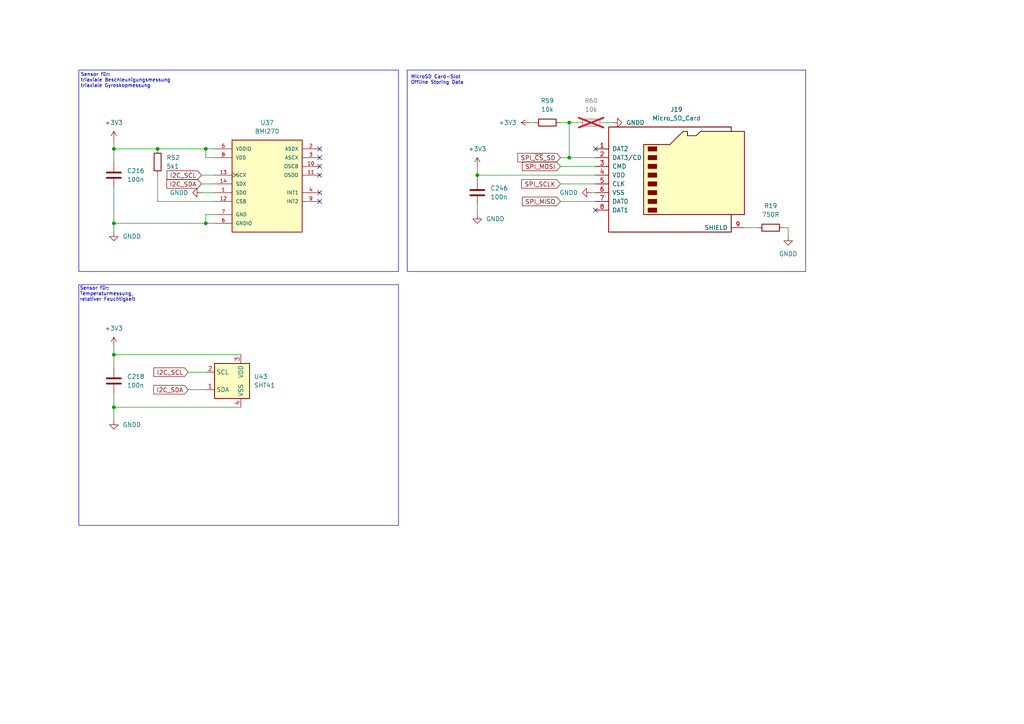
<source format=kicad_sch>
(kicad_sch (version 20250114) (generator "eeschema") (generator_version "9.0")
  (paper "A4")
  (lib_symbols
    (symbol "Sensor_Humidity:SHT4x"
      (property "Reference" "U" (at 0 8.89 0))
      (property "Value" "SHT4x" (at 0 6.35 0))
      (symbol "SHT4x_1_1"
        (rectangle (start -5.08 5.08) (end 5.08 -5.08) (stroke (width 0.254)) (fill (type background)))
        (pin input line (at -7.62 2.54 0) (length 2.54) (name "SCL") (number "2"))
        (pin bidirectional line (at -7.62 -2.54 0) (length 2.54) (name "SDA") (number "1"))
        (pin power_in line (at 2.54 7.62 270) (length 2.54) (name "VDD") (number "3"))
        (pin power_in line (at 2.54 -7.62 90) (length 2.54) (name "VSS") (number "4"))
      )
    )
    (symbol "connectors:Micro_SD_Card" (pin_names (offset 1.016))
      (property "Reference" "J" (at -16.51 15.24 0))
      (property "Value" "Micro_SD_Card" (at 16.51 15.24 0))
      (symbol "Micro_SD_Card_0_1"
        (polyline (pts (xy -8.89 -11.43) (xy -8.89 8.89) (xy -1.27 8.89) (xy 2.54 12.7) (xy 3.81 12.7) (xy 3.81 11.43) (xy 6.35 11.43) (xy 7.62 12.7) (xy 20.32 12.7) (xy 20.32 -11.43) (xy -8.89 -11.43)) (stroke (width 0.254)) (fill (type background)))
        (rectangle (start -7.62 8.255) (end -5.08 6.985) (fill (type outline)))
        (rectangle (start -7.62 5.715) (end -5.08 4.445) (fill (type outline)))
        (rectangle (start -7.62 3.175) (end -5.08 1.905) (fill (type outline)))
        (rectangle (start -7.62 0.635) (end -5.08 -0.635) (fill (type outline)))
        (rectangle (start -7.62 -1.905) (end -5.08 -3.175) (fill (type outline)))
        (rectangle (start -7.62 -4.445) (end -5.08 -5.715) (fill (type outline)))
        (rectangle (start -7.62 -6.985) (end -5.08 -8.255) (fill (type outline)))
        (rectangle (start -7.62 -9.525) (end -5.08 -10.795) (fill (type outline)))
        (polyline (pts (xy 16.51 12.7) (xy 16.51 13.97) (xy -19.05 13.97) (xy -19.05 -16.51) (xy 16.51 -16.51) (xy 16.51 -11.43)) (stroke (width 0.254)))
      )
      (symbol "Micro_SD_Card_1_1"
        (pin bidirectional line (at -22.86 7.62 0) (length 3.81) (name "DAT2") (number "1"))
        (pin bidirectional line (at -22.86 5.08 0) (length 3.81) (name "DAT3/CD") (number "2"))
        (pin input line (at -22.86 2.54 0) (length 3.81) (name "CMD") (number "3"))
        (pin power_in line (at -22.86 0 0) (length 3.81) (name "VDD") (number "4"))
        (pin input line (at -22.86 -2.54 0) (length 3.81) (name "CLK") (number "5"))
        (pin power_in line (at -22.86 -5.08 0) (length 3.81) (name "VSS") (number "6"))
        (pin bidirectional line (at -22.86 -7.62 0) (length 3.81) (name "DAT0") (number "7"))
        (pin bidirectional line (at -22.86 -10.16 0) (length 3.81) (name "DAT1") (number "8"))
        (pin passive line (at 20.32 -15.24 180) (length 3.81) (name "SHIELD") (number "9"))
      )
    )
    (symbol "passive:C0603" (pin_numbers (hide yes)) (pin_names (offset 0.254))
      (property "Reference" "C" (at 0.635 2.54 0))
      (property "Value" "C0603" (at 0.635 -2.54 0))
      (symbol "C0603_0_1"
        (polyline (pts (xy -2.032 0.762) (xy 2.032 0.762)) (stroke (width 0.508)))
        (polyline (pts (xy -2.032 -0.762) (xy 2.032 -0.762)) (stroke (width 0.508)))
      )
      (symbol "C0603_1_1"
        (pin passive line (at 0 3.81 270) (length 2.794) (name "~") (number "1"))
        (pin passive line (at 0 -3.81 90) (length 2.794) (name "~") (number "2"))
      )
    )
    (symbol "passive:R0402" (pin_numbers (hide yes)) (pin_names (offset 0))
      (property "Reference" "R" (at 2.032 0 90))
      (property "Value" "R" (at 0 0 90))
      (symbol "R0402_0_1"
        (rectangle (start -1.016 -2.54) (end 1.016 2.54) (stroke (width 0.254)))
      )
      (symbol "R0402_1_1"
        (pin passive line (at 0 3.81 270) (length 1.27) (name "~") (number "1"))
        (pin passive line (at 0 -3.81 90) (length 1.27) (name "~") (number "2"))
      )
    )
    (symbol "passive:R0603" (pin_numbers (hide yes)) (pin_names (offset 0))
      (property "Reference" "R" (at 2.032 0 90))
      (property "Value" "R" (at 0 0 90))
      (symbol "R0603_0_1"
        (rectangle (start -1.016 -2.54) (end 1.016 2.54) (stroke (width 0.254)))
      )
      (symbol "R0603_1_1"
        (pin passive line (at 0 3.81 270) (length 1.27) (name "~") (number "1"))
        (pin passive line (at 0 -3.81 90) (length 1.27) (name "~") (number "2"))
      )
    )
    (symbol "power:+3V3" (power) (pin_numbers (hide yes)) (pin_names (offset 0) (hide yes))
      (property "Value" "+3V3" (at 0 3.556 0))
      (symbol "+3V3_0_1"
        (polyline (pts (xy -0.762 1.27) (xy 0 2.54)))
        (polyline (pts (xy 0 2.54) (xy 0.762 1.27)))
        (polyline (pts (xy 0 0) (xy 0 2.54)))
      )
      (symbol "+3V3_1_1"
        (pin power_in line (at 0 0 90) (length 0) (name "~") (number "1"))
      )
    )
    (symbol "power:GND" (power) (pin_numbers (hide yes)) (pin_names (offset 0) (hide yes))
      (property "Value" "GND" (at 0 -3.81 0))
      (symbol "GND_0_1"
        (polyline (pts (xy 0 0) (xy 0 -1.27) (xy 1.27 -1.27) (xy 0 -2.54) (xy -1.27 -1.27) (xy 0 -1.27)))
      )
      (symbol "GND_1_1"
        (pin power_in line (at 0 0 270) (length 0) (name "~") (number "1"))
      )
    )
    (symbol "sensors:BMI270" (pin_names (offset 1.016)) (exclude_from_sim yes)
      (property "Reference" "U" (at -0.762 3.048 0))
      (property "Value" "BMI270" (at -3.556 0.762 0))
      (symbol "BMI270_0_0"
        (rectangle (start -10.16 0) (end 10.16 -26.67) (stroke (width 0.254)) (fill (type background)))
        (pin power_in line (at -15.24 -2.54 0) (length 5.08) (name "VDDIO") (number "5"))
        (pin power_in line (at -15.24 -5.08 0) (length 5.08) (name "VDD") (number "8"))
        (pin input clock (at -15.24 -10.16 0) (length 5.08) (name "SCX") (number "13"))
        (pin bidirectional line (at -15.24 -12.7 0) (length 5.08) (name "SDX") (number "14"))
        (pin bidirectional line (at -15.24 -15.24 0) (length 5.08) (name "SDO") (number "1"))
        (pin input line (at -15.24 -17.78 0) (length 5.08) (name "CSB") (number "12"))
        (pin power_in line (at -15.24 -21.59 0) (length 5.08) (name "GND") (number "7"))
        (pin power_in line (at -15.24 -24.13 0) (length 5.08) (name "GNDIO") (number "6"))
        (pin bidirectional line (at 15.24 -2.54 180) (length 5.08) (name "ASDX") (number "2"))
        (pin bidirectional line (at 15.24 -5.08 180) (length 5.08) (name "ASCX") (number "3"))
        (pin input line (at 15.24 -7.62 180) (length 5.08) (name "OSCB") (number "10"))
        (pin output line (at 15.24 -10.16 180) (length 5.08) (name "OSDO") (number "11"))
        (pin bidirectional line (at 15.24 -15.24 180) (length 5.08) (name "INT1") (number "4"))
        (pin bidirectional line (at 15.24 -17.78 180) (length 5.08) (name "INT2") (number "9"))
      )
    )
  )
  (rectangle (start 22.86 20.32) (end 115.57 78.74))
  (rectangle (start 22.86 82.55) (end 115.57 152.4))
  (rectangle (start 118.11 20.32) (end 233.68 78.74))
  (text "MicroSD Card-Slot\nOffline Storing Data" (at 119.126 21.844 0) (effects (font (size 1 1)) (justify left top)))
  (text "Sensor für:\nTemperaturmessung,\nrelativer Feuchtigkeit" (at 23.114 85.344 0) (effects (font (size 1 1)) (justify left)))
  (text "Sensor für:\ntriaxiale Beschleunigungsmessung\ntriaxiale Gyroskopmessung" (at 23.368 23.368 0) (effects (font (size 1 1)) (justify left)))
  (junction (at 33.02 43.18))
  (junction (at 138.43 50.8))
  (junction (at 165.1 35.56))
  (junction (at 33.02 118.11))
  (junction (at 33.02 64.77))
  (junction (at 59.69 64.77))
  (junction (at 33.02 102.87))
  (junction (at 59.69 43.18))
  (junction (at 165.1 45.72))
  (junction (at 45.72 43.18))
  (no_connect (at 92.71 50.8))
  (no_connect (at 92.71 43.18))
  (no_connect (at 92.71 58.42))
  (no_connect (at 172.72 60.96))
  (no_connect (at 92.71 48.26))
  (no_connect (at 172.72 43.18))
  (no_connect (at 92.71 45.72))
  (no_connect (at 92.71 55.88))
  (wire (pts (xy 54.61 113.03) (xy 59.69 113.03)))
  (wire (pts (xy 227.33 66.04) (xy 228.6 66.04)))
  (wire (pts (xy 33.02 43.18) (xy 33.02 46.99)))
  (wire (pts (xy 171.45 55.88) (xy 172.72 55.88)))
  (wire (pts (xy 172.72 50.8) (xy 138.43 50.8)))
  (wire (pts (xy 33.02 118.11) (xy 33.02 114.3)))
  (wire (pts (xy 175.26 35.56) (xy 177.8 35.56)))
  (wire (pts (xy 162.56 35.56) (xy 165.1 35.56)))
  (wire (pts (xy 162.56 45.72) (xy 165.1 45.72)))
  (wire (pts (xy 162.56 58.42) (xy 172.72 58.42)))
  (wire (pts (xy 62.23 58.42) (xy 45.72 58.42)))
  (wire (pts (xy 228.6 66.04) (xy 228.6 68.58)))
  (wire (pts (xy 59.69 43.18) (xy 62.23 43.18)))
  (wire (pts (xy 33.02 64.77) (xy 59.69 64.77)))
  (wire (pts (xy 59.69 43.18) (xy 59.69 45.72)))
  (wire (pts (xy 162.56 53.34) (xy 172.72 53.34)))
  (wire (pts (xy 33.02 54.61) (xy 33.02 64.77)))
  (wire (pts (xy 58.42 53.34) (xy 62.23 53.34)))
  (wire (pts (xy 33.02 100.33) (xy 33.02 102.87)))
  (wire (pts (xy 33.02 40.64) (xy 33.02 43.18)))
  (wire (pts (xy 165.1 35.56) (xy 167.64 35.56)))
  (wire (pts (xy 62.23 45.72) (xy 59.69 45.72)))
  (wire (pts (xy 165.1 45.72) (xy 172.72 45.72)))
  (wire (pts (xy 153.67 35.56) (xy 154.94 35.56)))
  (wire (pts (xy 33.02 102.87) (xy 33.02 106.68)))
  (wire (pts (xy 62.23 62.23) (xy 59.69 62.23)))
  (wire (pts (xy 33.02 118.11) (xy 33.02 121.92)))
  (wire (pts (xy 58.42 50.8) (xy 62.23 50.8)))
  (wire (pts (xy 33.02 118.11) (xy 69.85 118.11)))
  (wire (pts (xy 165.1 35.56) (xy 165.1 45.72)))
  (wire (pts (xy 138.43 50.8) (xy 138.43 48.26)))
  (wire (pts (xy 138.43 59.69) (xy 138.43 62.23)))
  (wire (pts (xy 59.69 62.23) (xy 59.69 64.77)))
  (wire (pts (xy 33.02 102.87) (xy 69.85 102.87)))
  (wire (pts (xy 215.9 66.04) (xy 219.71 66.04)))
  (wire (pts (xy 59.69 64.77) (xy 62.23 64.77)))
  (wire (pts (xy 162.56 48.26) (xy 172.72 48.26)))
  (wire (pts (xy 33.02 43.18) (xy 45.72 43.18)))
  (wire (pts (xy 138.43 50.8) (xy 138.43 52.07)))
  (wire (pts (xy 58.42 55.88) (xy 62.23 55.88)))
  (wire (pts (xy 45.72 43.18) (xy 59.69 43.18)))
  (wire (pts (xy 54.61 107.95) (xy 59.69 107.95)))
  (wire (pts (xy 45.72 50.8) (xy 45.72 58.42)))
  (wire (pts (xy 33.02 64.77) (xy 33.02 67.31)))
  (global_label "I2C_SCL" (shape input) (at 58.42 50.8 180) (property "Intersheetrefs" "${INTERSHEET_REFS}" (effects (hide yes))))
  (global_label "SPI_MISO" (shape input) (at 162.56 58.42 180) (property "Intersheetrefs" "${INTERSHEET_REFS}" (effects (hide yes))))
  (global_label "SPI_MOSI" (shape input) (at 162.56 48.26 180) (property "Intersheetrefs" "${INTERSHEET_REFS}" (effects (hide yes))))
  (global_label "I2C_SDA" (shape input) (at 58.42 53.34 180) (property "Intersheetrefs" "${INTERSHEET_REFS}" (effects (hide yes))))
  (global_label "SPI_~{CS}_SD" (shape input) (at 162.56 45.72 180) (property "Intersheetrefs" "${INTERSHEET_REFS}" (effects (hide yes))))
  (global_label "I2C_SCL" (shape input) (at 54.61 107.95 180) (property "Intersheetrefs" "${INTERSHEET_REFS}" (effects (hide yes))))
  (global_label "SPI_SCLK" (shape input) (at 162.56 53.34 180) (property "Intersheetrefs" "${INTERSHEET_REFS}" (effects (hide yes))))
  (global_label "I2C_SDA" (shape input) (at 54.61 113.03 180) (property "Intersheetrefs" "${INTERSHEET_REFS}" (effects (hide yes))))
  (symbol (lib_id "power:+3V3") (at 33.02 100.33 0) (unit 1)
    (property "Reference" "#PWR0219" (effects (hide yes)))
    (property "Value" "+3V3" (at 33.02 95.25 0))
    (property "Description" "Power symbol creates a global label with name \"+3V3\"" (effects (hide yes)))
  )
  (symbol (lib_id "power:GND") (at 33.02 67.31 0) (unit 1)
    (property "Reference" "#PWR0218" (effects (hide yes)))
    (property "Value" "GNDD" (at 35.56 68.5799 0) (effects (justify left)))
    (property "Description" "Power symbol creates a global label with name \"GND\" , ground" (effects (hide yes)))
  )
  (symbol (lib_id "power:GND") (at 33.02 121.92 0) (unit 1)
    (property "Reference" "#PWR0214" (effects (hide yes)))
    (property "Value" "GNDD" (at 35.56 123.1899 0) (effects (justify left)))
    (property "Description" "Power symbol creates a global label with name \"GND\" , ground" (effects (hide yes)))
  )
  (symbol (lib_id "sensors:BMI270") (at 77.47 40.64 0) (unit 1) (exclude_from_sim yes)
    (property "Reference" "U37" (at 77.47 35.56 0))
    (property "Value" "BMI270" (at 77.47 38.1 0))
    (property "Footprint" "sensors:XDCR_BMI270" (effects (hide yes)))
    (property "Datasheet" "https://www.bosch-sensortec.com/media/boschsensortec/downloads/datasheets/bst-bmi270-ds000.pdf" (effects (hide yes)))
    (property "Description" "6-axis, smart, low power Inertial Measurement Unit for high-performance applications" (effects (hide yes)))
    (property "Package" "LGA-14 Bosch Sensortec" (effects (hide yes)))
  )
  (symbol (lib_id "power:GND") (at 228.6 68.58 0) (unit 1)
    (property "Reference" "#PWR0268" (effects (hide yes)))
    (property "Value" "GNDD" (at 228.6 73.66 0))
    (property "Description" "Power symbol creates a global label with name \"GND\" , ground" (effects (hide yes)))
  )
  (symbol (lib_id "power:+3V3") (at 153.67 35.56 90) (unit 1)
    (property "Reference" "#PWR0305" (effects (hide yes)))
    (property "Value" "+3V3" (at 149.86 35.5599 90) (effects (justify left)))
    (property "Description" "Power symbol creates a global label with name \"+3V3\"" (effects (hide yes)))
  )
  (symbol (lib_id "power:GND") (at 138.43 62.23 0) (unit 1)
    (property "Reference" "#PWR0266" (effects (hide yes)))
    (property "Value" "GNDD" (at 140.97 63.4999 0) (effects (justify left)))
    (property "Description" "Power symbol creates a global label with name \"GND\" , ground" (effects (hide yes)))
  )
  (symbol (lib_id "passive:R0603") (at 171.45 35.56 90) (unit 1) (in_bom no) (dnp yes)
    (property "Reference" "R60" (at 171.45 29.21 90))
    (property "Value" "10k" (at 171.45 31.75 90))
    (property "Footprint" "Resistor_SMD:R_0603_1608Metric" (effects (hide yes)))
    (property "Description" "Resistor" (effects (hide yes)))
  )
  (symbol (lib_id "passive:R0603") (at 158.75 35.56 90) (unit 1)
    (property "Reference" "R59" (at 158.75 29.21 90))
    (property "Value" "10k" (at 158.75 31.75 90))
    (property "Footprint" "Resistor_SMD:R_0603_1608Metric" (effects (hide yes)))
    (property "Description" "Resistor" (effects (hide yes)))
  )
  (symbol (lib_id "power:GND") (at 177.8 35.56 90) (unit 1)
    (property "Reference" "#PWR0306" (effects (hide yes)))
    (property "Value" "GNDD" (at 181.61 35.5599 90) (effects (justify right)))
    (property "Description" "Power symbol creates a global label with name \"GND\" , ground" (effects (hide yes)))
  )
  (symbol (lib_id "passive:C0603") (at 138.43 55.88 0) (unit 1)
    (property "Reference" "C246" (at 142.24 54.6099 0) (effects (justify left)))
    (property "Value" "100n" (at 142.24 57.1499 0) (effects (justify left)))
    (property "Footprint" "Capacitor_SMD:C_0603_1608Metric" (effects (hide yes)))
    (property "Description" "Unpolarized capacitor" (effects (hide yes)))
  )
  (symbol (lib_id "connectors:Micro_SD_Card") (at 195.58 50.8 0) (unit 1)
    (property "Reference" "J19" (at 196.215 31.75 0))
    (property "Value" "Micro_SD_Card" (at 196.215 34.29 0))
    (property "Footprint" "connectors:microSD_HC_Wuerth_693072010801" (effects (hide yes)))
    (property "Datasheet" "http://katalog.we-online.de/em/datasheet/693072010801.pdf" (effects (hide yes)))
    (property "Description" "Micro SD Card Socket" (effects (hide yes)))
  )
  (symbol (lib_id "passive:C0603") (at 33.02 110.49 0) (unit 1)
    (property "Reference" "C218" (at 36.83 109.2199 0) (effects (justify left)))
    (property "Value" "100n" (at 36.83 111.7599 0) (effects (justify left)))
    (property "Footprint" "Capacitor_SMD:C_0603_1608Metric" (effects (hide yes)))
    (property "Description" "Unpolarized capacitor" (effects (hide yes)))
  )
  (symbol (lib_id "passive:C0603") (at 33.02 50.8 0) (unit 1)
    (property "Reference" "C216" (at 36.83 49.5299 0) (effects (justify left)))
    (property "Value" "100n" (at 36.83 52.0699 0) (effects (justify left)))
    (property "Footprint" "Capacitor_SMD:C_0603_1608Metric" (effects (hide yes)))
    (property "Description" "Unpolarized capacitor" (effects (hide yes)))
  )
  (symbol (lib_id "passive:R0402") (at 45.72 46.99 0) (unit 1)
    (property "Reference" "R52" (at 48.26 45.7199 0) (effects (justify left)))
    (property "Value" "5k1" (at 48.26 48.2599 0) (effects (justify left)))
    (property "Footprint" "Resistor_SMD:R_0402_1005Metric" (effects (hide yes)))
    (property "Description" "Resistor" (effects (hide yes)))
  )
  (symbol (lib_id "power:GND") (at 58.42 55.88 270) (unit 1)
    (property "Reference" "#PWR0298" (effects (hide yes)))
    (property "Value" "GNDD" (at 54.61 55.8799 90) (effects (justify right)))
    (property "Description" "Power symbol creates a global label with name \"GND\" , ground" (effects (hide yes)))
  )
  (symbol (lib_id "passive:R0603") (at 223.52 66.04 90) (unit 1)
    (property "Reference" "R19" (at 223.52 59.69 90))
    (property "Value" "750R" (at 223.52 62.23 90))
    (property "Footprint" "Resistor_SMD:R_0603_1608Metric" (effects (hide yes)))
    (property "Description" "Resistor" (effects (hide yes)))
  )
  (symbol (lib_id "power:GND") (at 171.45 55.88 270) (unit 1)
    (property "Reference" "#PWR0267" (effects (hide yes)))
    (property "Value" "GNDD" (at 167.64 55.8799 90) (effects (justify right)))
    (property "Description" "Power symbol creates a global label with name \"GND\" , ground" (effects (hide yes)))
  )
  (symbol (lib_id "power:+3V3") (at 33.02 40.64 0) (unit 1)
    (property "Reference" "#PWR0213" (effects (hide yes)))
    (property "Value" "+3V3" (at 33.02 35.56 0))
    (property "Description" "Power symbol creates a global label with name \"+3V3\"" (effects (hide yes)))
  )
  (symbol (lib_id "Sensor_Humidity:SHT4x") (at 67.31 110.49 0) (unit 1)
    (property "Reference" "U43" (at 73.66 109.2199 0) (effects (justify left)))
    (property "Value" "SHT41" (at 73.66 111.7599 0) (effects (justify left)))
    (property "Footprint" "Sensor_Humidity:Sensirion_DFN-4_1.5x1.5mm_P0.8mm_SHT4x_NoCentralPad" (effects (hide yes)))
    (property "Datasheet" "https://sensirion.com/media/documents/33FD6951/624C4357/Datasheet_SHT4x.pdf" (effects (hide yes)))
    (property "Description" "Digital Humidity and Temperature Sensor, ±1%RH, ±0.1°C, I2C, 1.08-3.6V, 16bit, DFN-4" (effects (hide yes)))
  )
  (symbol (lib_id "power:+3V3") (at 138.43 48.26 0) (unit 1)
    (property "Reference" "#PWR0265" (effects (hide yes)))
    (property "Value" "+3V3" (at 138.43 43.18 0))
    (property "Description" "Power symbol creates a global label with name \"+3V3\"" (effects (hide yes)))
  )
)
</source>
